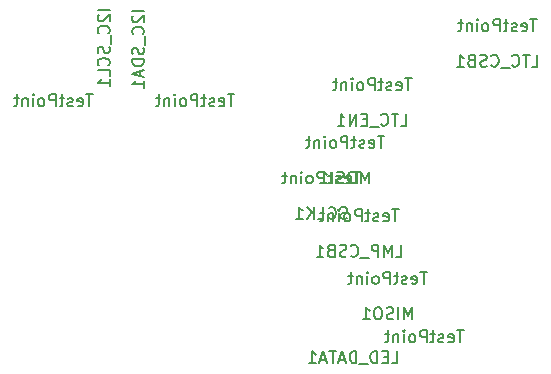
<source format=gbr>
%TF.GenerationSoftware,KiCad,Pcbnew,(5.1.5-0-10_14)*%
%TF.CreationDate,2020-05-28T22:54:10-04:00*%
%TF.ProjectId,PD_PowerSupply,50445f50-6f77-4657-9253-7570706c792e,rev?*%
%TF.SameCoordinates,Original*%
%TF.FileFunction,Other,Fab,Bot*%
%FSLAX46Y46*%
G04 Gerber Fmt 4.6, Leading zero omitted, Abs format (unit mm)*
G04 Created by KiCad (PCBNEW (5.1.5-0-10_14)) date 2020-05-28 22:54:10*
%MOMM*%
%LPD*%
G04 APERTURE LIST*
%ADD10C,0.150000*%
G04 APERTURE END LIST*
D10*
X148222133Y-100636780D02*
X147650704Y-100636780D01*
X147936419Y-101636780D02*
X147936419Y-100636780D01*
X146936419Y-101589161D02*
X147031657Y-101636780D01*
X147222133Y-101636780D01*
X147317371Y-101589161D01*
X147364990Y-101493923D01*
X147364990Y-101112971D01*
X147317371Y-101017733D01*
X147222133Y-100970114D01*
X147031657Y-100970114D01*
X146936419Y-101017733D01*
X146888800Y-101112971D01*
X146888800Y-101208209D01*
X147364990Y-101303447D01*
X146507847Y-101589161D02*
X146412609Y-101636780D01*
X146222133Y-101636780D01*
X146126895Y-101589161D01*
X146079276Y-101493923D01*
X146079276Y-101446304D01*
X146126895Y-101351066D01*
X146222133Y-101303447D01*
X146364990Y-101303447D01*
X146460228Y-101255828D01*
X146507847Y-101160590D01*
X146507847Y-101112971D01*
X146460228Y-101017733D01*
X146364990Y-100970114D01*
X146222133Y-100970114D01*
X146126895Y-101017733D01*
X145793561Y-100970114D02*
X145412609Y-100970114D01*
X145650704Y-100636780D02*
X145650704Y-101493923D01*
X145603085Y-101589161D01*
X145507847Y-101636780D01*
X145412609Y-101636780D01*
X145079276Y-101636780D02*
X145079276Y-100636780D01*
X144698323Y-100636780D01*
X144603085Y-100684400D01*
X144555466Y-100732019D01*
X144507847Y-100827257D01*
X144507847Y-100970114D01*
X144555466Y-101065352D01*
X144603085Y-101112971D01*
X144698323Y-101160590D01*
X145079276Y-101160590D01*
X143936419Y-101636780D02*
X144031657Y-101589161D01*
X144079276Y-101541542D01*
X144126895Y-101446304D01*
X144126895Y-101160590D01*
X144079276Y-101065352D01*
X144031657Y-101017733D01*
X143936419Y-100970114D01*
X143793561Y-100970114D01*
X143698323Y-101017733D01*
X143650704Y-101065352D01*
X143603085Y-101160590D01*
X143603085Y-101446304D01*
X143650704Y-101541542D01*
X143698323Y-101589161D01*
X143793561Y-101636780D01*
X143936419Y-101636780D01*
X143174514Y-101636780D02*
X143174514Y-100970114D01*
X143174514Y-100636780D02*
X143222133Y-100684400D01*
X143174514Y-100732019D01*
X143126895Y-100684400D01*
X143174514Y-100636780D01*
X143174514Y-100732019D01*
X142698323Y-100970114D02*
X142698323Y-101636780D01*
X142698323Y-101065352D02*
X142650704Y-101017733D01*
X142555466Y-100970114D01*
X142412609Y-100970114D01*
X142317371Y-101017733D01*
X142269752Y-101112971D01*
X142269752Y-101636780D01*
X141936419Y-100970114D02*
X141555466Y-100970114D01*
X141793561Y-100636780D02*
X141793561Y-101493923D01*
X141745942Y-101589161D01*
X141650704Y-101636780D01*
X141555466Y-101636780D01*
X147055466Y-104589161D02*
X146912609Y-104636780D01*
X146674514Y-104636780D01*
X146579276Y-104589161D01*
X146531657Y-104541542D01*
X146484038Y-104446304D01*
X146484038Y-104351066D01*
X146531657Y-104255828D01*
X146579276Y-104208209D01*
X146674514Y-104160590D01*
X146864990Y-104112971D01*
X146960228Y-104065352D01*
X147007847Y-104017733D01*
X147055466Y-103922495D01*
X147055466Y-103827257D01*
X147007847Y-103732019D01*
X146960228Y-103684400D01*
X146864990Y-103636780D01*
X146626895Y-103636780D01*
X146484038Y-103684400D01*
X145484038Y-104541542D02*
X145531657Y-104589161D01*
X145674514Y-104636780D01*
X145769752Y-104636780D01*
X145912609Y-104589161D01*
X146007847Y-104493923D01*
X146055466Y-104398685D01*
X146103085Y-104208209D01*
X146103085Y-104065352D01*
X146055466Y-103874876D01*
X146007847Y-103779638D01*
X145912609Y-103684400D01*
X145769752Y-103636780D01*
X145674514Y-103636780D01*
X145531657Y-103684400D01*
X145484038Y-103732019D01*
X144579276Y-104636780D02*
X145055466Y-104636780D01*
X145055466Y-103636780D01*
X144245942Y-104636780D02*
X144245942Y-103636780D01*
X143674514Y-104636780D02*
X144103085Y-104065352D01*
X143674514Y-103636780D02*
X144245942Y-104208209D01*
X142722133Y-104636780D02*
X143293561Y-104636780D01*
X143007847Y-104636780D02*
X143007847Y-103636780D01*
X143103085Y-103779638D01*
X143198323Y-103874876D01*
X143293561Y-103922495D01*
X150222133Y-97636780D02*
X149650704Y-97636780D01*
X149936419Y-98636780D02*
X149936419Y-97636780D01*
X148936419Y-98589161D02*
X149031657Y-98636780D01*
X149222133Y-98636780D01*
X149317371Y-98589161D01*
X149364990Y-98493923D01*
X149364990Y-98112971D01*
X149317371Y-98017733D01*
X149222133Y-97970114D01*
X149031657Y-97970114D01*
X148936419Y-98017733D01*
X148888800Y-98112971D01*
X148888800Y-98208209D01*
X149364990Y-98303447D01*
X148507847Y-98589161D02*
X148412609Y-98636780D01*
X148222133Y-98636780D01*
X148126895Y-98589161D01*
X148079276Y-98493923D01*
X148079276Y-98446304D01*
X148126895Y-98351066D01*
X148222133Y-98303447D01*
X148364990Y-98303447D01*
X148460228Y-98255828D01*
X148507847Y-98160590D01*
X148507847Y-98112971D01*
X148460228Y-98017733D01*
X148364990Y-97970114D01*
X148222133Y-97970114D01*
X148126895Y-98017733D01*
X147793561Y-97970114D02*
X147412609Y-97970114D01*
X147650704Y-97636780D02*
X147650704Y-98493923D01*
X147603085Y-98589161D01*
X147507847Y-98636780D01*
X147412609Y-98636780D01*
X147079276Y-98636780D02*
X147079276Y-97636780D01*
X146698323Y-97636780D01*
X146603085Y-97684400D01*
X146555466Y-97732019D01*
X146507847Y-97827257D01*
X146507847Y-97970114D01*
X146555466Y-98065352D01*
X146603085Y-98112971D01*
X146698323Y-98160590D01*
X147079276Y-98160590D01*
X145936419Y-98636780D02*
X146031657Y-98589161D01*
X146079276Y-98541542D01*
X146126895Y-98446304D01*
X146126895Y-98160590D01*
X146079276Y-98065352D01*
X146031657Y-98017733D01*
X145936419Y-97970114D01*
X145793561Y-97970114D01*
X145698323Y-98017733D01*
X145650704Y-98065352D01*
X145603085Y-98160590D01*
X145603085Y-98446304D01*
X145650704Y-98541542D01*
X145698323Y-98589161D01*
X145793561Y-98636780D01*
X145936419Y-98636780D01*
X145174514Y-98636780D02*
X145174514Y-97970114D01*
X145174514Y-97636780D02*
X145222133Y-97684400D01*
X145174514Y-97732019D01*
X145126895Y-97684400D01*
X145174514Y-97636780D01*
X145174514Y-97732019D01*
X144698323Y-97970114D02*
X144698323Y-98636780D01*
X144698323Y-98065352D02*
X144650704Y-98017733D01*
X144555466Y-97970114D01*
X144412609Y-97970114D01*
X144317371Y-98017733D01*
X144269752Y-98112971D01*
X144269752Y-98636780D01*
X143936419Y-97970114D02*
X143555466Y-97970114D01*
X143793561Y-97636780D02*
X143793561Y-98493923D01*
X143745942Y-98589161D01*
X143650704Y-98636780D01*
X143555466Y-98636780D01*
X148936419Y-101636780D02*
X148936419Y-100636780D01*
X148603085Y-101351066D01*
X148269752Y-100636780D01*
X148269752Y-101636780D01*
X147603085Y-100636780D02*
X147412609Y-100636780D01*
X147317371Y-100684400D01*
X147222133Y-100779638D01*
X147174514Y-100970114D01*
X147174514Y-101303447D01*
X147222133Y-101493923D01*
X147317371Y-101589161D01*
X147412609Y-101636780D01*
X147603085Y-101636780D01*
X147698323Y-101589161D01*
X147793561Y-101493923D01*
X147841180Y-101303447D01*
X147841180Y-100970114D01*
X147793561Y-100779638D01*
X147698323Y-100684400D01*
X147603085Y-100636780D01*
X146793561Y-101589161D02*
X146650704Y-101636780D01*
X146412609Y-101636780D01*
X146317371Y-101589161D01*
X146269752Y-101541542D01*
X146222133Y-101446304D01*
X146222133Y-101351066D01*
X146269752Y-101255828D01*
X146317371Y-101208209D01*
X146412609Y-101160590D01*
X146603085Y-101112971D01*
X146698323Y-101065352D01*
X146745942Y-101017733D01*
X146793561Y-100922495D01*
X146793561Y-100827257D01*
X146745942Y-100732019D01*
X146698323Y-100684400D01*
X146603085Y-100636780D01*
X146364990Y-100636780D01*
X146222133Y-100684400D01*
X145793561Y-101636780D02*
X145793561Y-100636780D01*
X144793561Y-101636780D02*
X145364990Y-101636780D01*
X145079276Y-101636780D02*
X145079276Y-100636780D01*
X145174514Y-100779638D01*
X145269752Y-100874876D01*
X145364990Y-100922495D01*
X153822133Y-109136780D02*
X153250704Y-109136780D01*
X153536419Y-110136780D02*
X153536419Y-109136780D01*
X152536419Y-110089161D02*
X152631657Y-110136780D01*
X152822133Y-110136780D01*
X152917371Y-110089161D01*
X152964990Y-109993923D01*
X152964990Y-109612971D01*
X152917371Y-109517733D01*
X152822133Y-109470114D01*
X152631657Y-109470114D01*
X152536419Y-109517733D01*
X152488800Y-109612971D01*
X152488800Y-109708209D01*
X152964990Y-109803447D01*
X152107847Y-110089161D02*
X152012609Y-110136780D01*
X151822133Y-110136780D01*
X151726895Y-110089161D01*
X151679276Y-109993923D01*
X151679276Y-109946304D01*
X151726895Y-109851066D01*
X151822133Y-109803447D01*
X151964990Y-109803447D01*
X152060228Y-109755828D01*
X152107847Y-109660590D01*
X152107847Y-109612971D01*
X152060228Y-109517733D01*
X151964990Y-109470114D01*
X151822133Y-109470114D01*
X151726895Y-109517733D01*
X151393561Y-109470114D02*
X151012609Y-109470114D01*
X151250704Y-109136780D02*
X151250704Y-109993923D01*
X151203085Y-110089161D01*
X151107847Y-110136780D01*
X151012609Y-110136780D01*
X150679276Y-110136780D02*
X150679276Y-109136780D01*
X150298323Y-109136780D01*
X150203085Y-109184400D01*
X150155466Y-109232019D01*
X150107847Y-109327257D01*
X150107847Y-109470114D01*
X150155466Y-109565352D01*
X150203085Y-109612971D01*
X150298323Y-109660590D01*
X150679276Y-109660590D01*
X149536419Y-110136780D02*
X149631657Y-110089161D01*
X149679276Y-110041542D01*
X149726895Y-109946304D01*
X149726895Y-109660590D01*
X149679276Y-109565352D01*
X149631657Y-109517733D01*
X149536419Y-109470114D01*
X149393561Y-109470114D01*
X149298323Y-109517733D01*
X149250704Y-109565352D01*
X149203085Y-109660590D01*
X149203085Y-109946304D01*
X149250704Y-110041542D01*
X149298323Y-110089161D01*
X149393561Y-110136780D01*
X149536419Y-110136780D01*
X148774514Y-110136780D02*
X148774514Y-109470114D01*
X148774514Y-109136780D02*
X148822133Y-109184400D01*
X148774514Y-109232019D01*
X148726895Y-109184400D01*
X148774514Y-109136780D01*
X148774514Y-109232019D01*
X148298323Y-109470114D02*
X148298323Y-110136780D01*
X148298323Y-109565352D02*
X148250704Y-109517733D01*
X148155466Y-109470114D01*
X148012609Y-109470114D01*
X147917371Y-109517733D01*
X147869752Y-109612971D01*
X147869752Y-110136780D01*
X147536419Y-109470114D02*
X147155466Y-109470114D01*
X147393561Y-109136780D02*
X147393561Y-109993923D01*
X147345942Y-110089161D01*
X147250704Y-110136780D01*
X147155466Y-110136780D01*
X152536419Y-113136780D02*
X152536419Y-112136780D01*
X152203085Y-112851066D01*
X151869752Y-112136780D01*
X151869752Y-113136780D01*
X151393561Y-113136780D02*
X151393561Y-112136780D01*
X150964990Y-113089161D02*
X150822133Y-113136780D01*
X150584038Y-113136780D01*
X150488800Y-113089161D01*
X150441180Y-113041542D01*
X150393561Y-112946304D01*
X150393561Y-112851066D01*
X150441180Y-112755828D01*
X150488800Y-112708209D01*
X150584038Y-112660590D01*
X150774514Y-112612971D01*
X150869752Y-112565352D01*
X150917371Y-112517733D01*
X150964990Y-112422495D01*
X150964990Y-112327257D01*
X150917371Y-112232019D01*
X150869752Y-112184400D01*
X150774514Y-112136780D01*
X150536419Y-112136780D01*
X150393561Y-112184400D01*
X149774514Y-112136780D02*
X149584038Y-112136780D01*
X149488800Y-112184400D01*
X149393561Y-112279638D01*
X149345942Y-112470114D01*
X149345942Y-112803447D01*
X149393561Y-112993923D01*
X149488800Y-113089161D01*
X149584038Y-113136780D01*
X149774514Y-113136780D01*
X149869752Y-113089161D01*
X149964990Y-112993923D01*
X150012609Y-112803447D01*
X150012609Y-112470114D01*
X149964990Y-112279638D01*
X149869752Y-112184400D01*
X149774514Y-112136780D01*
X148393561Y-113136780D02*
X148964990Y-113136780D01*
X148679276Y-113136780D02*
X148679276Y-112136780D01*
X148774514Y-112279638D01*
X148869752Y-112374876D01*
X148964990Y-112422495D01*
X152522133Y-92736780D02*
X151950704Y-92736780D01*
X152236419Y-93736780D02*
X152236419Y-92736780D01*
X151236419Y-93689161D02*
X151331657Y-93736780D01*
X151522133Y-93736780D01*
X151617371Y-93689161D01*
X151664990Y-93593923D01*
X151664990Y-93212971D01*
X151617371Y-93117733D01*
X151522133Y-93070114D01*
X151331657Y-93070114D01*
X151236419Y-93117733D01*
X151188800Y-93212971D01*
X151188800Y-93308209D01*
X151664990Y-93403447D01*
X150807847Y-93689161D02*
X150712609Y-93736780D01*
X150522133Y-93736780D01*
X150426895Y-93689161D01*
X150379276Y-93593923D01*
X150379276Y-93546304D01*
X150426895Y-93451066D01*
X150522133Y-93403447D01*
X150664990Y-93403447D01*
X150760228Y-93355828D01*
X150807847Y-93260590D01*
X150807847Y-93212971D01*
X150760228Y-93117733D01*
X150664990Y-93070114D01*
X150522133Y-93070114D01*
X150426895Y-93117733D01*
X150093561Y-93070114D02*
X149712609Y-93070114D01*
X149950704Y-92736780D02*
X149950704Y-93593923D01*
X149903085Y-93689161D01*
X149807847Y-93736780D01*
X149712609Y-93736780D01*
X149379276Y-93736780D02*
X149379276Y-92736780D01*
X148998323Y-92736780D01*
X148903085Y-92784400D01*
X148855466Y-92832019D01*
X148807847Y-92927257D01*
X148807847Y-93070114D01*
X148855466Y-93165352D01*
X148903085Y-93212971D01*
X148998323Y-93260590D01*
X149379276Y-93260590D01*
X148236419Y-93736780D02*
X148331657Y-93689161D01*
X148379276Y-93641542D01*
X148426895Y-93546304D01*
X148426895Y-93260590D01*
X148379276Y-93165352D01*
X148331657Y-93117733D01*
X148236419Y-93070114D01*
X148093561Y-93070114D01*
X147998323Y-93117733D01*
X147950704Y-93165352D01*
X147903085Y-93260590D01*
X147903085Y-93546304D01*
X147950704Y-93641542D01*
X147998323Y-93689161D01*
X148093561Y-93736780D01*
X148236419Y-93736780D01*
X147474514Y-93736780D02*
X147474514Y-93070114D01*
X147474514Y-92736780D02*
X147522133Y-92784400D01*
X147474514Y-92832019D01*
X147426895Y-92784400D01*
X147474514Y-92736780D01*
X147474514Y-92832019D01*
X146998323Y-93070114D02*
X146998323Y-93736780D01*
X146998323Y-93165352D02*
X146950704Y-93117733D01*
X146855466Y-93070114D01*
X146712609Y-93070114D01*
X146617371Y-93117733D01*
X146569752Y-93212971D01*
X146569752Y-93736780D01*
X146236419Y-93070114D02*
X145855466Y-93070114D01*
X146093561Y-92736780D02*
X146093561Y-93593923D01*
X146045942Y-93689161D01*
X145950704Y-93736780D01*
X145855466Y-93736780D01*
X151593561Y-96736780D02*
X152069752Y-96736780D01*
X152069752Y-95736780D01*
X151403085Y-95736780D02*
X150831657Y-95736780D01*
X151117371Y-96736780D02*
X151117371Y-95736780D01*
X149926895Y-96641542D02*
X149974514Y-96689161D01*
X150117371Y-96736780D01*
X150212609Y-96736780D01*
X150355466Y-96689161D01*
X150450704Y-96593923D01*
X150498323Y-96498685D01*
X150545942Y-96308209D01*
X150545942Y-96165352D01*
X150498323Y-95974876D01*
X150450704Y-95879638D01*
X150355466Y-95784400D01*
X150212609Y-95736780D01*
X150117371Y-95736780D01*
X149974514Y-95784400D01*
X149926895Y-95832019D01*
X149736419Y-96832019D02*
X148974514Y-96832019D01*
X148736419Y-96212971D02*
X148403085Y-96212971D01*
X148260228Y-96736780D02*
X148736419Y-96736780D01*
X148736419Y-95736780D01*
X148260228Y-95736780D01*
X147831657Y-96736780D02*
X147831657Y-95736780D01*
X147260228Y-96736780D01*
X147260228Y-95736780D01*
X146260228Y-96736780D02*
X146831657Y-96736780D01*
X146545942Y-96736780D02*
X146545942Y-95736780D01*
X146641180Y-95879638D01*
X146736419Y-95974876D01*
X146831657Y-96022495D01*
X163122133Y-87736780D02*
X162550704Y-87736780D01*
X162836419Y-88736780D02*
X162836419Y-87736780D01*
X161836419Y-88689161D02*
X161931657Y-88736780D01*
X162122133Y-88736780D01*
X162217371Y-88689161D01*
X162264990Y-88593923D01*
X162264990Y-88212971D01*
X162217371Y-88117733D01*
X162122133Y-88070114D01*
X161931657Y-88070114D01*
X161836419Y-88117733D01*
X161788800Y-88212971D01*
X161788800Y-88308209D01*
X162264990Y-88403447D01*
X161407847Y-88689161D02*
X161312609Y-88736780D01*
X161122133Y-88736780D01*
X161026895Y-88689161D01*
X160979276Y-88593923D01*
X160979276Y-88546304D01*
X161026895Y-88451066D01*
X161122133Y-88403447D01*
X161264990Y-88403447D01*
X161360228Y-88355828D01*
X161407847Y-88260590D01*
X161407847Y-88212971D01*
X161360228Y-88117733D01*
X161264990Y-88070114D01*
X161122133Y-88070114D01*
X161026895Y-88117733D01*
X160693561Y-88070114D02*
X160312609Y-88070114D01*
X160550704Y-87736780D02*
X160550704Y-88593923D01*
X160503085Y-88689161D01*
X160407847Y-88736780D01*
X160312609Y-88736780D01*
X159979276Y-88736780D02*
X159979276Y-87736780D01*
X159598323Y-87736780D01*
X159503085Y-87784400D01*
X159455466Y-87832019D01*
X159407847Y-87927257D01*
X159407847Y-88070114D01*
X159455466Y-88165352D01*
X159503085Y-88212971D01*
X159598323Y-88260590D01*
X159979276Y-88260590D01*
X158836419Y-88736780D02*
X158931657Y-88689161D01*
X158979276Y-88641542D01*
X159026895Y-88546304D01*
X159026895Y-88260590D01*
X158979276Y-88165352D01*
X158931657Y-88117733D01*
X158836419Y-88070114D01*
X158693561Y-88070114D01*
X158598323Y-88117733D01*
X158550704Y-88165352D01*
X158503085Y-88260590D01*
X158503085Y-88546304D01*
X158550704Y-88641542D01*
X158598323Y-88689161D01*
X158693561Y-88736780D01*
X158836419Y-88736780D01*
X158074514Y-88736780D02*
X158074514Y-88070114D01*
X158074514Y-87736780D02*
X158122133Y-87784400D01*
X158074514Y-87832019D01*
X158026895Y-87784400D01*
X158074514Y-87736780D01*
X158074514Y-87832019D01*
X157598323Y-88070114D02*
X157598323Y-88736780D01*
X157598323Y-88165352D02*
X157550704Y-88117733D01*
X157455466Y-88070114D01*
X157312609Y-88070114D01*
X157217371Y-88117733D01*
X157169752Y-88212971D01*
X157169752Y-88736780D01*
X156836419Y-88070114D02*
X156455466Y-88070114D01*
X156693561Y-87736780D02*
X156693561Y-88593923D01*
X156645942Y-88689161D01*
X156550704Y-88736780D01*
X156455466Y-88736780D01*
X162693561Y-91736780D02*
X163169752Y-91736780D01*
X163169752Y-90736780D01*
X162503085Y-90736780D02*
X161931657Y-90736780D01*
X162217371Y-91736780D02*
X162217371Y-90736780D01*
X161026895Y-91641542D02*
X161074514Y-91689161D01*
X161217371Y-91736780D01*
X161312609Y-91736780D01*
X161455466Y-91689161D01*
X161550704Y-91593923D01*
X161598323Y-91498685D01*
X161645942Y-91308209D01*
X161645942Y-91165352D01*
X161598323Y-90974876D01*
X161550704Y-90879638D01*
X161455466Y-90784400D01*
X161312609Y-90736780D01*
X161217371Y-90736780D01*
X161074514Y-90784400D01*
X161026895Y-90832019D01*
X160836419Y-91832019D02*
X160074514Y-91832019D01*
X159264990Y-91641542D02*
X159312609Y-91689161D01*
X159455466Y-91736780D01*
X159550704Y-91736780D01*
X159693561Y-91689161D01*
X159788800Y-91593923D01*
X159836419Y-91498685D01*
X159884038Y-91308209D01*
X159884038Y-91165352D01*
X159836419Y-90974876D01*
X159788800Y-90879638D01*
X159693561Y-90784400D01*
X159550704Y-90736780D01*
X159455466Y-90736780D01*
X159312609Y-90784400D01*
X159264990Y-90832019D01*
X158884038Y-91689161D02*
X158741180Y-91736780D01*
X158503085Y-91736780D01*
X158407847Y-91689161D01*
X158360228Y-91641542D01*
X158312609Y-91546304D01*
X158312609Y-91451066D01*
X158360228Y-91355828D01*
X158407847Y-91308209D01*
X158503085Y-91260590D01*
X158693561Y-91212971D01*
X158788800Y-91165352D01*
X158836419Y-91117733D01*
X158884038Y-91022495D01*
X158884038Y-90927257D01*
X158836419Y-90832019D01*
X158788800Y-90784400D01*
X158693561Y-90736780D01*
X158455466Y-90736780D01*
X158312609Y-90784400D01*
X157550704Y-91212971D02*
X157407847Y-91260590D01*
X157360228Y-91308209D01*
X157312609Y-91403447D01*
X157312609Y-91546304D01*
X157360228Y-91641542D01*
X157407847Y-91689161D01*
X157503085Y-91736780D01*
X157884038Y-91736780D01*
X157884038Y-90736780D01*
X157550704Y-90736780D01*
X157455466Y-90784400D01*
X157407847Y-90832019D01*
X157360228Y-90927257D01*
X157360228Y-91022495D01*
X157407847Y-91117733D01*
X157455466Y-91165352D01*
X157550704Y-91212971D01*
X157884038Y-91212971D01*
X156360228Y-91736780D02*
X156931657Y-91736780D01*
X156645942Y-91736780D02*
X156645942Y-90736780D01*
X156741180Y-90879638D01*
X156836419Y-90974876D01*
X156931657Y-91022495D01*
X151422133Y-103836780D02*
X150850704Y-103836780D01*
X151136419Y-104836780D02*
X151136419Y-103836780D01*
X150136419Y-104789161D02*
X150231657Y-104836780D01*
X150422133Y-104836780D01*
X150517371Y-104789161D01*
X150564990Y-104693923D01*
X150564990Y-104312971D01*
X150517371Y-104217733D01*
X150422133Y-104170114D01*
X150231657Y-104170114D01*
X150136419Y-104217733D01*
X150088800Y-104312971D01*
X150088800Y-104408209D01*
X150564990Y-104503447D01*
X149707847Y-104789161D02*
X149612609Y-104836780D01*
X149422133Y-104836780D01*
X149326895Y-104789161D01*
X149279276Y-104693923D01*
X149279276Y-104646304D01*
X149326895Y-104551066D01*
X149422133Y-104503447D01*
X149564990Y-104503447D01*
X149660228Y-104455828D01*
X149707847Y-104360590D01*
X149707847Y-104312971D01*
X149660228Y-104217733D01*
X149564990Y-104170114D01*
X149422133Y-104170114D01*
X149326895Y-104217733D01*
X148993561Y-104170114D02*
X148612609Y-104170114D01*
X148850704Y-103836780D02*
X148850704Y-104693923D01*
X148803085Y-104789161D01*
X148707847Y-104836780D01*
X148612609Y-104836780D01*
X148279276Y-104836780D02*
X148279276Y-103836780D01*
X147898323Y-103836780D01*
X147803085Y-103884400D01*
X147755466Y-103932019D01*
X147707847Y-104027257D01*
X147707847Y-104170114D01*
X147755466Y-104265352D01*
X147803085Y-104312971D01*
X147898323Y-104360590D01*
X148279276Y-104360590D01*
X147136419Y-104836780D02*
X147231657Y-104789161D01*
X147279276Y-104741542D01*
X147326895Y-104646304D01*
X147326895Y-104360590D01*
X147279276Y-104265352D01*
X147231657Y-104217733D01*
X147136419Y-104170114D01*
X146993561Y-104170114D01*
X146898323Y-104217733D01*
X146850704Y-104265352D01*
X146803085Y-104360590D01*
X146803085Y-104646304D01*
X146850704Y-104741542D01*
X146898323Y-104789161D01*
X146993561Y-104836780D01*
X147136419Y-104836780D01*
X146374514Y-104836780D02*
X146374514Y-104170114D01*
X146374514Y-103836780D02*
X146422133Y-103884400D01*
X146374514Y-103932019D01*
X146326895Y-103884400D01*
X146374514Y-103836780D01*
X146374514Y-103932019D01*
X145898323Y-104170114D02*
X145898323Y-104836780D01*
X145898323Y-104265352D02*
X145850704Y-104217733D01*
X145755466Y-104170114D01*
X145612609Y-104170114D01*
X145517371Y-104217733D01*
X145469752Y-104312971D01*
X145469752Y-104836780D01*
X145136419Y-104170114D02*
X144755466Y-104170114D01*
X144993561Y-103836780D02*
X144993561Y-104693923D01*
X144945942Y-104789161D01*
X144850704Y-104836780D01*
X144755466Y-104836780D01*
X151184038Y-107836780D02*
X151660228Y-107836780D01*
X151660228Y-106836780D01*
X150850704Y-107836780D02*
X150850704Y-106836780D01*
X150517371Y-107551066D01*
X150184038Y-106836780D01*
X150184038Y-107836780D01*
X149707847Y-107836780D02*
X149707847Y-106836780D01*
X149326895Y-106836780D01*
X149231657Y-106884400D01*
X149184038Y-106932019D01*
X149136419Y-107027257D01*
X149136419Y-107170114D01*
X149184038Y-107265352D01*
X149231657Y-107312971D01*
X149326895Y-107360590D01*
X149707847Y-107360590D01*
X148945942Y-107932019D02*
X148184038Y-107932019D01*
X147374514Y-107741542D02*
X147422133Y-107789161D01*
X147564990Y-107836780D01*
X147660228Y-107836780D01*
X147803085Y-107789161D01*
X147898323Y-107693923D01*
X147945942Y-107598685D01*
X147993561Y-107408209D01*
X147993561Y-107265352D01*
X147945942Y-107074876D01*
X147898323Y-106979638D01*
X147803085Y-106884400D01*
X147660228Y-106836780D01*
X147564990Y-106836780D01*
X147422133Y-106884400D01*
X147374514Y-106932019D01*
X146993561Y-107789161D02*
X146850704Y-107836780D01*
X146612609Y-107836780D01*
X146517371Y-107789161D01*
X146469752Y-107741542D01*
X146422133Y-107646304D01*
X146422133Y-107551066D01*
X146469752Y-107455828D01*
X146517371Y-107408209D01*
X146612609Y-107360590D01*
X146803085Y-107312971D01*
X146898323Y-107265352D01*
X146945942Y-107217733D01*
X146993561Y-107122495D01*
X146993561Y-107027257D01*
X146945942Y-106932019D01*
X146898323Y-106884400D01*
X146803085Y-106836780D01*
X146564990Y-106836780D01*
X146422133Y-106884400D01*
X145660228Y-107312971D02*
X145517371Y-107360590D01*
X145469752Y-107408209D01*
X145422133Y-107503447D01*
X145422133Y-107646304D01*
X145469752Y-107741542D01*
X145517371Y-107789161D01*
X145612609Y-107836780D01*
X145993561Y-107836780D01*
X145993561Y-106836780D01*
X145660228Y-106836780D01*
X145564990Y-106884400D01*
X145517371Y-106932019D01*
X145469752Y-107027257D01*
X145469752Y-107122495D01*
X145517371Y-107217733D01*
X145564990Y-107265352D01*
X145660228Y-107312971D01*
X145993561Y-107312971D01*
X144469752Y-107836780D02*
X145041180Y-107836780D01*
X144755466Y-107836780D02*
X144755466Y-106836780D01*
X144850704Y-106979638D01*
X144945942Y-107074876D01*
X145041180Y-107122495D01*
X156922133Y-114086780D02*
X156350704Y-114086780D01*
X156636419Y-115086780D02*
X156636419Y-114086780D01*
X155636419Y-115039161D02*
X155731657Y-115086780D01*
X155922133Y-115086780D01*
X156017371Y-115039161D01*
X156064990Y-114943923D01*
X156064990Y-114562971D01*
X156017371Y-114467733D01*
X155922133Y-114420114D01*
X155731657Y-114420114D01*
X155636419Y-114467733D01*
X155588800Y-114562971D01*
X155588800Y-114658209D01*
X156064990Y-114753447D01*
X155207847Y-115039161D02*
X155112609Y-115086780D01*
X154922133Y-115086780D01*
X154826895Y-115039161D01*
X154779276Y-114943923D01*
X154779276Y-114896304D01*
X154826895Y-114801066D01*
X154922133Y-114753447D01*
X155064990Y-114753447D01*
X155160228Y-114705828D01*
X155207847Y-114610590D01*
X155207847Y-114562971D01*
X155160228Y-114467733D01*
X155064990Y-114420114D01*
X154922133Y-114420114D01*
X154826895Y-114467733D01*
X154493561Y-114420114D02*
X154112609Y-114420114D01*
X154350704Y-114086780D02*
X154350704Y-114943923D01*
X154303085Y-115039161D01*
X154207847Y-115086780D01*
X154112609Y-115086780D01*
X153779276Y-115086780D02*
X153779276Y-114086780D01*
X153398323Y-114086780D01*
X153303085Y-114134400D01*
X153255466Y-114182019D01*
X153207847Y-114277257D01*
X153207847Y-114420114D01*
X153255466Y-114515352D01*
X153303085Y-114562971D01*
X153398323Y-114610590D01*
X153779276Y-114610590D01*
X152636419Y-115086780D02*
X152731657Y-115039161D01*
X152779276Y-114991542D01*
X152826895Y-114896304D01*
X152826895Y-114610590D01*
X152779276Y-114515352D01*
X152731657Y-114467733D01*
X152636419Y-114420114D01*
X152493561Y-114420114D01*
X152398323Y-114467733D01*
X152350704Y-114515352D01*
X152303085Y-114610590D01*
X152303085Y-114896304D01*
X152350704Y-114991542D01*
X152398323Y-115039161D01*
X152493561Y-115086780D01*
X152636419Y-115086780D01*
X151874514Y-115086780D02*
X151874514Y-114420114D01*
X151874514Y-114086780D02*
X151922133Y-114134400D01*
X151874514Y-114182019D01*
X151826895Y-114134400D01*
X151874514Y-114086780D01*
X151874514Y-114182019D01*
X151398323Y-114420114D02*
X151398323Y-115086780D01*
X151398323Y-114515352D02*
X151350704Y-114467733D01*
X151255466Y-114420114D01*
X151112609Y-114420114D01*
X151017371Y-114467733D01*
X150969752Y-114562971D01*
X150969752Y-115086780D01*
X150636419Y-114420114D02*
X150255466Y-114420114D01*
X150493561Y-114086780D02*
X150493561Y-114943923D01*
X150445942Y-115039161D01*
X150350704Y-115086780D01*
X150255466Y-115086780D01*
X150831295Y-116846380D02*
X151307485Y-116846380D01*
X151307485Y-115846380D01*
X150497961Y-116322571D02*
X150164628Y-116322571D01*
X150021771Y-116846380D02*
X150497961Y-116846380D01*
X150497961Y-115846380D01*
X150021771Y-115846380D01*
X149593200Y-116846380D02*
X149593200Y-115846380D01*
X149355104Y-115846380D01*
X149212247Y-115894000D01*
X149117009Y-115989238D01*
X149069390Y-116084476D01*
X149021771Y-116274952D01*
X149021771Y-116417809D01*
X149069390Y-116608285D01*
X149117009Y-116703523D01*
X149212247Y-116798761D01*
X149355104Y-116846380D01*
X149593200Y-116846380D01*
X148831295Y-116941619D02*
X148069390Y-116941619D01*
X147831295Y-116846380D02*
X147831295Y-115846380D01*
X147593200Y-115846380D01*
X147450342Y-115894000D01*
X147355104Y-115989238D01*
X147307485Y-116084476D01*
X147259866Y-116274952D01*
X147259866Y-116417809D01*
X147307485Y-116608285D01*
X147355104Y-116703523D01*
X147450342Y-116798761D01*
X147593200Y-116846380D01*
X147831295Y-116846380D01*
X146878914Y-116560666D02*
X146402723Y-116560666D01*
X146974152Y-116846380D02*
X146640819Y-115846380D01*
X146307485Y-116846380D01*
X146117009Y-115846380D02*
X145545580Y-115846380D01*
X145831295Y-116846380D02*
X145831295Y-115846380D01*
X145259866Y-116560666D02*
X144783676Y-116560666D01*
X145355104Y-116846380D02*
X145021771Y-115846380D01*
X144688438Y-116846380D01*
X143831295Y-116846380D02*
X144402723Y-116846380D01*
X144117009Y-116846380D02*
X144117009Y-115846380D01*
X144212247Y-115989238D01*
X144307485Y-116084476D01*
X144402723Y-116132095D01*
X137522133Y-94086780D02*
X136950704Y-94086780D01*
X137236419Y-95086780D02*
X137236419Y-94086780D01*
X136236419Y-95039161D02*
X136331657Y-95086780D01*
X136522133Y-95086780D01*
X136617371Y-95039161D01*
X136664990Y-94943923D01*
X136664990Y-94562971D01*
X136617371Y-94467733D01*
X136522133Y-94420114D01*
X136331657Y-94420114D01*
X136236419Y-94467733D01*
X136188800Y-94562971D01*
X136188800Y-94658209D01*
X136664990Y-94753447D01*
X135807847Y-95039161D02*
X135712609Y-95086780D01*
X135522133Y-95086780D01*
X135426895Y-95039161D01*
X135379276Y-94943923D01*
X135379276Y-94896304D01*
X135426895Y-94801066D01*
X135522133Y-94753447D01*
X135664990Y-94753447D01*
X135760228Y-94705828D01*
X135807847Y-94610590D01*
X135807847Y-94562971D01*
X135760228Y-94467733D01*
X135664990Y-94420114D01*
X135522133Y-94420114D01*
X135426895Y-94467733D01*
X135093561Y-94420114D02*
X134712609Y-94420114D01*
X134950704Y-94086780D02*
X134950704Y-94943923D01*
X134903085Y-95039161D01*
X134807847Y-95086780D01*
X134712609Y-95086780D01*
X134379276Y-95086780D02*
X134379276Y-94086780D01*
X133998323Y-94086780D01*
X133903085Y-94134400D01*
X133855466Y-94182019D01*
X133807847Y-94277257D01*
X133807847Y-94420114D01*
X133855466Y-94515352D01*
X133903085Y-94562971D01*
X133998323Y-94610590D01*
X134379276Y-94610590D01*
X133236419Y-95086780D02*
X133331657Y-95039161D01*
X133379276Y-94991542D01*
X133426895Y-94896304D01*
X133426895Y-94610590D01*
X133379276Y-94515352D01*
X133331657Y-94467733D01*
X133236419Y-94420114D01*
X133093561Y-94420114D01*
X132998323Y-94467733D01*
X132950704Y-94515352D01*
X132903085Y-94610590D01*
X132903085Y-94896304D01*
X132950704Y-94991542D01*
X132998323Y-95039161D01*
X133093561Y-95086780D01*
X133236419Y-95086780D01*
X132474514Y-95086780D02*
X132474514Y-94420114D01*
X132474514Y-94086780D02*
X132522133Y-94134400D01*
X132474514Y-94182019D01*
X132426895Y-94134400D01*
X132474514Y-94086780D01*
X132474514Y-94182019D01*
X131998323Y-94420114D02*
X131998323Y-95086780D01*
X131998323Y-94515352D02*
X131950704Y-94467733D01*
X131855466Y-94420114D01*
X131712609Y-94420114D01*
X131617371Y-94467733D01*
X131569752Y-94562971D01*
X131569752Y-95086780D01*
X131236419Y-94420114D02*
X130855466Y-94420114D01*
X131093561Y-94086780D02*
X131093561Y-94943923D01*
X131045942Y-95039161D01*
X130950704Y-95086780D01*
X130855466Y-95086780D01*
X129841180Y-86996304D02*
X128841180Y-86996304D01*
X128936419Y-87424876D02*
X128888800Y-87472495D01*
X128841180Y-87567733D01*
X128841180Y-87805828D01*
X128888800Y-87901066D01*
X128936419Y-87948685D01*
X129031657Y-87996304D01*
X129126895Y-87996304D01*
X129269752Y-87948685D01*
X129841180Y-87377257D01*
X129841180Y-87996304D01*
X129745942Y-88996304D02*
X129793561Y-88948685D01*
X129841180Y-88805828D01*
X129841180Y-88710590D01*
X129793561Y-88567733D01*
X129698323Y-88472495D01*
X129603085Y-88424876D01*
X129412609Y-88377257D01*
X129269752Y-88377257D01*
X129079276Y-88424876D01*
X128984038Y-88472495D01*
X128888800Y-88567733D01*
X128841180Y-88710590D01*
X128841180Y-88805828D01*
X128888800Y-88948685D01*
X128936419Y-88996304D01*
X129936419Y-89186780D02*
X129936419Y-89948685D01*
X129793561Y-90139161D02*
X129841180Y-90282019D01*
X129841180Y-90520114D01*
X129793561Y-90615352D01*
X129745942Y-90662971D01*
X129650704Y-90710590D01*
X129555466Y-90710590D01*
X129460228Y-90662971D01*
X129412609Y-90615352D01*
X129364990Y-90520114D01*
X129317371Y-90329638D01*
X129269752Y-90234400D01*
X129222133Y-90186780D01*
X129126895Y-90139161D01*
X129031657Y-90139161D01*
X128936419Y-90186780D01*
X128888800Y-90234400D01*
X128841180Y-90329638D01*
X128841180Y-90567733D01*
X128888800Y-90710590D01*
X129841180Y-91139161D02*
X128841180Y-91139161D01*
X128841180Y-91377257D01*
X128888800Y-91520114D01*
X128984038Y-91615352D01*
X129079276Y-91662971D01*
X129269752Y-91710590D01*
X129412609Y-91710590D01*
X129603085Y-91662971D01*
X129698323Y-91615352D01*
X129793561Y-91520114D01*
X129841180Y-91377257D01*
X129841180Y-91139161D01*
X129555466Y-92091542D02*
X129555466Y-92567733D01*
X129841180Y-91996304D02*
X128841180Y-92329638D01*
X129841180Y-92662971D01*
X129841180Y-93520114D02*
X129841180Y-92948685D01*
X129841180Y-93234400D02*
X128841180Y-93234400D01*
X128984038Y-93139161D01*
X129079276Y-93043923D01*
X129126895Y-92948685D01*
X125522133Y-94086780D02*
X124950704Y-94086780D01*
X125236419Y-95086780D02*
X125236419Y-94086780D01*
X124236419Y-95039161D02*
X124331657Y-95086780D01*
X124522133Y-95086780D01*
X124617371Y-95039161D01*
X124664990Y-94943923D01*
X124664990Y-94562971D01*
X124617371Y-94467733D01*
X124522133Y-94420114D01*
X124331657Y-94420114D01*
X124236419Y-94467733D01*
X124188800Y-94562971D01*
X124188800Y-94658209D01*
X124664990Y-94753447D01*
X123807847Y-95039161D02*
X123712609Y-95086780D01*
X123522133Y-95086780D01*
X123426895Y-95039161D01*
X123379276Y-94943923D01*
X123379276Y-94896304D01*
X123426895Y-94801066D01*
X123522133Y-94753447D01*
X123664990Y-94753447D01*
X123760228Y-94705828D01*
X123807847Y-94610590D01*
X123807847Y-94562971D01*
X123760228Y-94467733D01*
X123664990Y-94420114D01*
X123522133Y-94420114D01*
X123426895Y-94467733D01*
X123093561Y-94420114D02*
X122712609Y-94420114D01*
X122950704Y-94086780D02*
X122950704Y-94943923D01*
X122903085Y-95039161D01*
X122807847Y-95086780D01*
X122712609Y-95086780D01*
X122379276Y-95086780D02*
X122379276Y-94086780D01*
X121998323Y-94086780D01*
X121903085Y-94134400D01*
X121855466Y-94182019D01*
X121807847Y-94277257D01*
X121807847Y-94420114D01*
X121855466Y-94515352D01*
X121903085Y-94562971D01*
X121998323Y-94610590D01*
X122379276Y-94610590D01*
X121236419Y-95086780D02*
X121331657Y-95039161D01*
X121379276Y-94991542D01*
X121426895Y-94896304D01*
X121426895Y-94610590D01*
X121379276Y-94515352D01*
X121331657Y-94467733D01*
X121236419Y-94420114D01*
X121093561Y-94420114D01*
X120998323Y-94467733D01*
X120950704Y-94515352D01*
X120903085Y-94610590D01*
X120903085Y-94896304D01*
X120950704Y-94991542D01*
X120998323Y-95039161D01*
X121093561Y-95086780D01*
X121236419Y-95086780D01*
X120474514Y-95086780D02*
X120474514Y-94420114D01*
X120474514Y-94086780D02*
X120522133Y-94134400D01*
X120474514Y-94182019D01*
X120426895Y-94134400D01*
X120474514Y-94086780D01*
X120474514Y-94182019D01*
X119998323Y-94420114D02*
X119998323Y-95086780D01*
X119998323Y-94515352D02*
X119950704Y-94467733D01*
X119855466Y-94420114D01*
X119712609Y-94420114D01*
X119617371Y-94467733D01*
X119569752Y-94562971D01*
X119569752Y-95086780D01*
X119236419Y-94420114D02*
X118855466Y-94420114D01*
X119093561Y-94086780D02*
X119093561Y-94943923D01*
X119045942Y-95039161D01*
X118950704Y-95086780D01*
X118855466Y-95086780D01*
X126941180Y-86920114D02*
X125941180Y-86920114D01*
X126036419Y-87348685D02*
X125988800Y-87396304D01*
X125941180Y-87491542D01*
X125941180Y-87729638D01*
X125988800Y-87824876D01*
X126036419Y-87872495D01*
X126131657Y-87920114D01*
X126226895Y-87920114D01*
X126369752Y-87872495D01*
X126941180Y-87301066D01*
X126941180Y-87920114D01*
X126845942Y-88920114D02*
X126893561Y-88872495D01*
X126941180Y-88729638D01*
X126941180Y-88634400D01*
X126893561Y-88491542D01*
X126798323Y-88396304D01*
X126703085Y-88348685D01*
X126512609Y-88301066D01*
X126369752Y-88301066D01*
X126179276Y-88348685D01*
X126084038Y-88396304D01*
X125988800Y-88491542D01*
X125941180Y-88634400D01*
X125941180Y-88729638D01*
X125988800Y-88872495D01*
X126036419Y-88920114D01*
X127036419Y-89110590D02*
X127036419Y-89872495D01*
X126893561Y-90062971D02*
X126941180Y-90205828D01*
X126941180Y-90443923D01*
X126893561Y-90539161D01*
X126845942Y-90586780D01*
X126750704Y-90634400D01*
X126655466Y-90634400D01*
X126560228Y-90586780D01*
X126512609Y-90539161D01*
X126464990Y-90443923D01*
X126417371Y-90253447D01*
X126369752Y-90158209D01*
X126322133Y-90110590D01*
X126226895Y-90062971D01*
X126131657Y-90062971D01*
X126036419Y-90110590D01*
X125988800Y-90158209D01*
X125941180Y-90253447D01*
X125941180Y-90491542D01*
X125988800Y-90634400D01*
X126845942Y-91634400D02*
X126893561Y-91586780D01*
X126941180Y-91443923D01*
X126941180Y-91348685D01*
X126893561Y-91205828D01*
X126798323Y-91110590D01*
X126703085Y-91062971D01*
X126512609Y-91015352D01*
X126369752Y-91015352D01*
X126179276Y-91062971D01*
X126084038Y-91110590D01*
X125988800Y-91205828D01*
X125941180Y-91348685D01*
X125941180Y-91443923D01*
X125988800Y-91586780D01*
X126036419Y-91634400D01*
X126941180Y-92539161D02*
X126941180Y-92062971D01*
X125941180Y-92062971D01*
X126941180Y-93396304D02*
X126941180Y-92824876D01*
X126941180Y-93110590D02*
X125941180Y-93110590D01*
X126084038Y-93015352D01*
X126179276Y-92920114D01*
X126226895Y-92824876D01*
M02*

</source>
